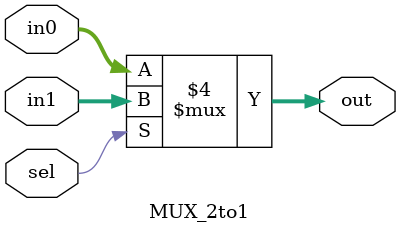
<source format=v>
`timescale 1ns / 1ps


module MUX_2to1(in0, in1, sel, out);
    input [1:0] in0, in1;
    input sel;
    output [1:0] out;
    reg [1:0] out;
    
    always @(sel or in0 or in1) begin
        if(sel==0)
            out = in0;
        else
            out = in1;
    end            
endmodule

</source>
